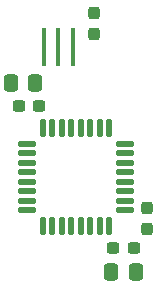
<source format=gbp>
G04 #@! TF.GenerationSoftware,KiCad,Pcbnew,(6.0.9)*
G04 #@! TF.CreationDate,2023-02-13T11:25:36-05:00*
G04 #@! TF.ProjectId,1W Experiments,31572045-7870-4657-9269-6d656e74732e,rev?*
G04 #@! TF.SameCoordinates,Original*
G04 #@! TF.FileFunction,Paste,Bot*
G04 #@! TF.FilePolarity,Positive*
%FSLAX46Y46*%
G04 Gerber Fmt 4.6, Leading zero omitted, Abs format (unit mm)*
G04 Created by KiCad (PCBNEW (6.0.9)) date 2023-02-13 11:25:36*
%MOMM*%
%LPD*%
G01*
G04 APERTURE LIST*
G04 Aperture macros list*
%AMRoundRect*
0 Rectangle with rounded corners*
0 $1 Rounding radius*
0 $2 $3 $4 $5 $6 $7 $8 $9 X,Y pos of 4 corners*
0 Add a 4 corners polygon primitive as box body*
4,1,4,$2,$3,$4,$5,$6,$7,$8,$9,$2,$3,0*
0 Add four circle primitives for the rounded corners*
1,1,$1+$1,$2,$3*
1,1,$1+$1,$4,$5*
1,1,$1+$1,$6,$7*
1,1,$1+$1,$8,$9*
0 Add four rect primitives between the rounded corners*
20,1,$1+$1,$2,$3,$4,$5,0*
20,1,$1+$1,$4,$5,$6,$7,0*
20,1,$1+$1,$6,$7,$8,$9,0*
20,1,$1+$1,$8,$9,$2,$3,0*%
G04 Aperture macros list end*
%ADD10RoundRect,0.237500X-0.300000X-0.237500X0.300000X-0.237500X0.300000X0.237500X-0.300000X0.237500X0*%
%ADD11RoundRect,0.250000X0.337500X0.475000X-0.337500X0.475000X-0.337500X-0.475000X0.337500X-0.475000X0*%
%ADD12R,0.400000X3.200000*%
%ADD13RoundRect,0.237500X0.237500X-0.300000X0.237500X0.300000X-0.237500X0.300000X-0.237500X-0.300000X0*%
%ADD14RoundRect,0.250000X-0.337500X-0.475000X0.337500X-0.475000X0.337500X0.475000X-0.337500X0.475000X0*%
%ADD15RoundRect,0.125000X-0.125000X0.625000X-0.125000X-0.625000X0.125000X-0.625000X0.125000X0.625000X0*%
%ADD16RoundRect,0.125000X-0.625000X0.125000X-0.625000X-0.125000X0.625000X-0.125000X0.625000X0.125000X0*%
%ADD17RoundRect,0.237500X0.300000X0.237500X-0.300000X0.237500X-0.300000X-0.237500X0.300000X-0.237500X0*%
%ADD18RoundRect,0.237500X-0.237500X0.300000X-0.237500X-0.300000X0.237500X-0.300000X0.237500X0.300000X0*%
G04 APERTURE END LIST*
D10*
X93637500Y-106000000D03*
X95362500Y-106000000D03*
D11*
X87037500Y-92000000D03*
X84962500Y-92000000D03*
D12*
X87800000Y-89000000D03*
X89000000Y-89000000D03*
X90200000Y-89000000D03*
D13*
X92000000Y-87862500D03*
X92000000Y-86137500D03*
D14*
X93462500Y-108000000D03*
X95537500Y-108000000D03*
D15*
X87700000Y-95825000D03*
X88500000Y-95825000D03*
X89300000Y-95825000D03*
X90100000Y-95825000D03*
X90900000Y-95825000D03*
X91700000Y-95825000D03*
X92500000Y-95825000D03*
X93300000Y-95825000D03*
D16*
X94675000Y-97200000D03*
X94675000Y-98000000D03*
X94675000Y-98800000D03*
X94675000Y-99600000D03*
X94675000Y-100400000D03*
X94675000Y-101200000D03*
X94675000Y-102000000D03*
X94675000Y-102800000D03*
D15*
X93300000Y-104175000D03*
X92500000Y-104175000D03*
X91700000Y-104175000D03*
X90900000Y-104175000D03*
X90100000Y-104175000D03*
X89300000Y-104175000D03*
X88500000Y-104175000D03*
X87700000Y-104175000D03*
D16*
X86325000Y-102800000D03*
X86325000Y-102000000D03*
X86325000Y-101200000D03*
X86325000Y-100400000D03*
X86325000Y-99600000D03*
X86325000Y-98800000D03*
X86325000Y-98000000D03*
X86325000Y-97200000D03*
D17*
X87362500Y-94000000D03*
X85637500Y-94000000D03*
D18*
X96500000Y-102637500D03*
X96500000Y-104362500D03*
M02*

</source>
